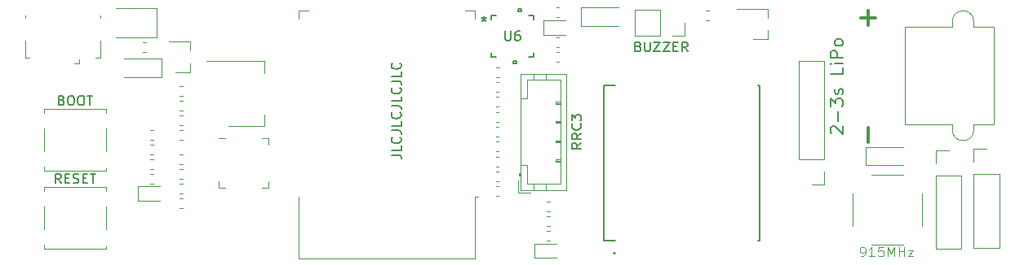
<source format=gbr>
%TF.GenerationSoftware,KiCad,Pcbnew,(5.1.6)-1*%
%TF.CreationDate,2021-06-02T18:30:26+10:00*%
%TF.ProjectId,L2_board,4c325f62-6f61-4726-942e-6b696361645f,2.0*%
%TF.SameCoordinates,Original*%
%TF.FileFunction,Legend,Top*%
%TF.FilePolarity,Positive*%
%FSLAX46Y46*%
G04 Gerber Fmt 4.6, Leading zero omitted, Abs format (unit mm)*
G04 Created by KiCad (PCBNEW (5.1.6)-1) date 2021-06-02 18:30:26*
%MOMM*%
%LPD*%
G01*
G04 APERTURE LIST*
%ADD10C,0.200000*%
%ADD11C,0.100000*%
%ADD12C,0.120000*%
%ADD13C,0.152400*%
%ADD14C,0.127000*%
%ADD15C,0.150000*%
%ADD16C,0.300000*%
G04 APERTURE END LIST*
D10*
X144740380Y-96059047D02*
X145454666Y-96059047D01*
X145597523Y-96106666D01*
X145692761Y-96201904D01*
X145740380Y-96344761D01*
X145740380Y-96440000D01*
X145740380Y-95106666D02*
X145740380Y-95582857D01*
X144740380Y-95582857D01*
X145645142Y-94201904D02*
X145692761Y-94249523D01*
X145740380Y-94392380D01*
X145740380Y-94487619D01*
X145692761Y-94630476D01*
X145597523Y-94725714D01*
X145502285Y-94773333D01*
X145311809Y-94820952D01*
X145168952Y-94820952D01*
X144978476Y-94773333D01*
X144883238Y-94725714D01*
X144788000Y-94630476D01*
X144740380Y-94487619D01*
X144740380Y-94392380D01*
X144788000Y-94249523D01*
X144835619Y-94201904D01*
X144740380Y-93487619D02*
X145454666Y-93487619D01*
X145597523Y-93535238D01*
X145692761Y-93630476D01*
X145740380Y-93773333D01*
X145740380Y-93868571D01*
X145740380Y-92535238D02*
X145740380Y-93011428D01*
X144740380Y-93011428D01*
X145645142Y-91630476D02*
X145692761Y-91678095D01*
X145740380Y-91820952D01*
X145740380Y-91916190D01*
X145692761Y-92059047D01*
X145597523Y-92154285D01*
X145502285Y-92201904D01*
X145311809Y-92249523D01*
X145168952Y-92249523D01*
X144978476Y-92201904D01*
X144883238Y-92154285D01*
X144788000Y-92059047D01*
X144740380Y-91916190D01*
X144740380Y-91820952D01*
X144788000Y-91678095D01*
X144835619Y-91630476D01*
X144740380Y-90916190D02*
X145454666Y-90916190D01*
X145597523Y-90963809D01*
X145692761Y-91059047D01*
X145740380Y-91201904D01*
X145740380Y-91297142D01*
X145740380Y-89963809D02*
X145740380Y-90440000D01*
X144740380Y-90440000D01*
X145645142Y-89059047D02*
X145692761Y-89106666D01*
X145740380Y-89249523D01*
X145740380Y-89344761D01*
X145692761Y-89487619D01*
X145597523Y-89582857D01*
X145502285Y-89630476D01*
X145311809Y-89678095D01*
X145168952Y-89678095D01*
X144978476Y-89630476D01*
X144883238Y-89582857D01*
X144788000Y-89487619D01*
X144740380Y-89344761D01*
X144740380Y-89249523D01*
X144788000Y-89106666D01*
X144835619Y-89059047D01*
X144740380Y-88344761D02*
X145454666Y-88344761D01*
X145597523Y-88392380D01*
X145692761Y-88487619D01*
X145740380Y-88630476D01*
X145740380Y-88725714D01*
X145740380Y-87392380D02*
X145740380Y-87868571D01*
X144740380Y-87868571D01*
X145645142Y-86487619D02*
X145692761Y-86535238D01*
X145740380Y-86678095D01*
X145740380Y-86773333D01*
X145692761Y-86916190D01*
X145597523Y-87011428D01*
X145502285Y-87059047D01*
X145311809Y-87106666D01*
X145168952Y-87106666D01*
X144978476Y-87059047D01*
X144883238Y-87011428D01*
X144788000Y-86916190D01*
X144740380Y-86773333D01*
X144740380Y-86678095D01*
X144788000Y-86535238D01*
X144835619Y-86487619D01*
D11*
X193445142Y-106624380D02*
X193635619Y-106624380D01*
X193730857Y-106576761D01*
X193778476Y-106529142D01*
X193873714Y-106386285D01*
X193921333Y-106195809D01*
X193921333Y-105814857D01*
X193873714Y-105719619D01*
X193826095Y-105672000D01*
X193730857Y-105624380D01*
X193540380Y-105624380D01*
X193445142Y-105672000D01*
X193397523Y-105719619D01*
X193349904Y-105814857D01*
X193349904Y-106052952D01*
X193397523Y-106148190D01*
X193445142Y-106195809D01*
X193540380Y-106243428D01*
X193730857Y-106243428D01*
X193826095Y-106195809D01*
X193873714Y-106148190D01*
X193921333Y-106052952D01*
X194873714Y-106624380D02*
X194302285Y-106624380D01*
X194588000Y-106624380D02*
X194588000Y-105624380D01*
X194492761Y-105767238D01*
X194397523Y-105862476D01*
X194302285Y-105910095D01*
X195778476Y-105624380D02*
X195302285Y-105624380D01*
X195254666Y-106100571D01*
X195302285Y-106052952D01*
X195397523Y-106005333D01*
X195635619Y-106005333D01*
X195730857Y-106052952D01*
X195778476Y-106100571D01*
X195826095Y-106195809D01*
X195826095Y-106433904D01*
X195778476Y-106529142D01*
X195730857Y-106576761D01*
X195635619Y-106624380D01*
X195397523Y-106624380D01*
X195302285Y-106576761D01*
X195254666Y-106529142D01*
X196254666Y-106624380D02*
X196254666Y-105624380D01*
X196588000Y-106338666D01*
X196921333Y-105624380D01*
X196921333Y-106624380D01*
X197397523Y-106624380D02*
X197397523Y-105624380D01*
X197397523Y-106100571D02*
X197968952Y-106100571D01*
X197968952Y-106624380D02*
X197968952Y-105624380D01*
X198349904Y-105957714D02*
X198873714Y-105957714D01*
X198349904Y-106624380D01*
X198873714Y-106624380D01*
D10*
X190419904Y-93790476D02*
X190358000Y-93728571D01*
X190296095Y-93604761D01*
X190296095Y-93295238D01*
X190358000Y-93171428D01*
X190419904Y-93109523D01*
X190543714Y-93047619D01*
X190667523Y-93047619D01*
X190853238Y-93109523D01*
X191596095Y-93852380D01*
X191596095Y-93047619D01*
X191100857Y-92490476D02*
X191100857Y-91500000D01*
X190296095Y-91004761D02*
X190296095Y-90200000D01*
X190791333Y-90633333D01*
X190791333Y-90447619D01*
X190853238Y-90323809D01*
X190915142Y-90261904D01*
X191038952Y-90200000D01*
X191348476Y-90200000D01*
X191472285Y-90261904D01*
X191534190Y-90323809D01*
X191596095Y-90447619D01*
X191596095Y-90819047D01*
X191534190Y-90942857D01*
X191472285Y-91004761D01*
X191534190Y-89704761D02*
X191596095Y-89580952D01*
X191596095Y-89333333D01*
X191534190Y-89209523D01*
X191410380Y-89147619D01*
X191348476Y-89147619D01*
X191224666Y-89209523D01*
X191162761Y-89333333D01*
X191162761Y-89519047D01*
X191100857Y-89642857D01*
X190977047Y-89704761D01*
X190915142Y-89704761D01*
X190791333Y-89642857D01*
X190729428Y-89519047D01*
X190729428Y-89333333D01*
X190791333Y-89209523D01*
X191596095Y-86980952D02*
X191596095Y-87600000D01*
X190296095Y-87600000D01*
X191596095Y-86547619D02*
X190729428Y-86547619D01*
X190296095Y-86547619D02*
X190358000Y-86609523D01*
X190419904Y-86547619D01*
X190358000Y-86485714D01*
X190296095Y-86547619D01*
X190419904Y-86547619D01*
X191596095Y-85928571D02*
X190296095Y-85928571D01*
X190296095Y-85433333D01*
X190358000Y-85309523D01*
X190419904Y-85247619D01*
X190543714Y-85185714D01*
X190729428Y-85185714D01*
X190853238Y-85247619D01*
X190915142Y-85309523D01*
X190977047Y-85433333D01*
X190977047Y-85928571D01*
X191596095Y-84442857D02*
X191534190Y-84566666D01*
X191472285Y-84628571D01*
X191348476Y-84690476D01*
X190977047Y-84690476D01*
X190853238Y-84628571D01*
X190791333Y-84566666D01*
X190729428Y-84442857D01*
X190729428Y-84257142D01*
X190791333Y-84133333D01*
X190853238Y-84071428D01*
X190977047Y-84009523D01*
X191348476Y-84009523D01*
X191472285Y-84071428D01*
X191534190Y-84133333D01*
X191596095Y-84257142D01*
X191596095Y-84442857D01*
D12*
%TO.C,C18*%
X193959600Y-97099400D02*
X197869600Y-97099400D01*
X193959600Y-95229400D02*
X193959600Y-97099400D01*
X197869600Y-95229400D02*
X193959600Y-95229400D01*
%TO.C,C17*%
X116170300Y-83806000D02*
X120380300Y-83806000D01*
X120380300Y-83806000D02*
X120380300Y-80786000D01*
X120380300Y-80786000D02*
X116170300Y-80786000D01*
%TO.C,Q4*%
X183767000Y-84003000D02*
X183767000Y-83073000D01*
X183767000Y-80843000D02*
X183767000Y-81773000D01*
X183767000Y-80843000D02*
X180607000Y-80843000D01*
X183767000Y-84003000D02*
X182307000Y-84003000D01*
D13*
%TO.C,U6*%
X155130500Y-85864700D02*
X155592460Y-85864700D01*
X159473900Y-85864700D02*
X159473900Y-85402740D01*
X159473900Y-81521300D02*
X159011940Y-81521300D01*
X155130500Y-81521300D02*
X155130500Y-81983260D01*
X155130500Y-85402740D02*
X155130500Y-85864700D01*
X159011940Y-85864700D02*
X159473900Y-85864700D01*
X159473900Y-81983260D02*
X159473900Y-81521300D01*
X155592460Y-81521300D02*
X155130500Y-81521300D01*
X157361699Y-86296500D02*
X157361699Y-86550500D01*
X157361699Y-86550500D02*
X157742700Y-86550500D01*
X157742700Y-86550500D02*
X157742700Y-86296500D01*
X157742700Y-86296500D02*
X157361699Y-86296500D01*
X157861701Y-81089500D02*
X157861701Y-80835500D01*
X157861701Y-80835500D02*
X158242701Y-80835500D01*
X158242701Y-80835500D02*
X158242701Y-81089500D01*
X158242701Y-81089500D02*
X157861701Y-81089500D01*
D14*
%TO.C,U5*%
X166812000Y-104976000D02*
X166812000Y-88826000D01*
X182962000Y-88826000D02*
X182962000Y-104976000D01*
X166812000Y-104976000D02*
X167987000Y-104976000D01*
X166812000Y-88826000D02*
X167987000Y-88826000D01*
X182962000Y-88826000D02*
X182787000Y-88826000D01*
X182962000Y-104976000D02*
X182787000Y-104976000D01*
D10*
X167987000Y-106301000D02*
G75*
G03*
X167987000Y-106301000I-100000J0D01*
G01*
D12*
%TO.C,U4*%
X131275000Y-94291000D02*
X132000000Y-94291000D01*
X132000000Y-94291000D02*
X132000000Y-95016000D01*
X127505000Y-99511000D02*
X126780000Y-99511000D01*
X126780000Y-99511000D02*
X126780000Y-98786000D01*
X131275000Y-99511000D02*
X132000000Y-99511000D01*
X132000000Y-99511000D02*
X132000000Y-98786000D01*
X127505000Y-94291000D02*
X126780000Y-94291000D01*
%TO.C,U2*%
X131577000Y-93072000D02*
X131577000Y-91812000D01*
X131577000Y-86252000D02*
X131577000Y-87512000D01*
X127817000Y-93072000D02*
X131577000Y-93072000D01*
X125567000Y-86252000D02*
X131577000Y-86252000D01*
%TO.C,U1*%
X153392000Y-81832000D02*
X153392000Y-81052000D01*
X153392000Y-81052000D02*
X152392000Y-81052000D01*
X135152000Y-81832000D02*
X135152000Y-81052000D01*
X135152000Y-81052000D02*
X136152000Y-81052000D01*
X153392000Y-106797000D02*
X135152000Y-106797000D01*
X135152000Y-106797000D02*
X135152000Y-100377000D01*
X153392000Y-106797000D02*
X153392000Y-100377000D01*
X153392000Y-100377000D02*
X153772000Y-100377000D01*
%TO.C,BOOT*%
X108677000Y-105416000D02*
X108677000Y-105826000D01*
X108677000Y-105826000D02*
X115097000Y-105826000D01*
X115097000Y-105826000D02*
X115097000Y-105546000D01*
X115097000Y-103816000D02*
X115097000Y-101416000D01*
X115097000Y-99816000D02*
X115097000Y-99406000D01*
X115097000Y-99406000D02*
X108677000Y-99406000D01*
X108677000Y-99406000D02*
X108677000Y-99816000D01*
X108677000Y-101416000D02*
X108677000Y-103816000D01*
%TO.C,SW1*%
X108677000Y-97288000D02*
X108677000Y-97698000D01*
X108677000Y-97698000D02*
X115097000Y-97698000D01*
X115097000Y-97698000D02*
X115097000Y-97418000D01*
X115097000Y-95688000D02*
X115097000Y-93288000D01*
X115097000Y-91688000D02*
X115097000Y-91278000D01*
X115097000Y-91278000D02*
X108677000Y-91278000D01*
X108677000Y-91278000D02*
X108677000Y-91688000D01*
X108677000Y-93288000D02*
X108677000Y-95688000D01*
%TO.C,R13*%
X177708779Y-82044000D02*
X177383221Y-82044000D01*
X177708779Y-81024000D02*
X177383221Y-81024000D01*
%TO.C,R12*%
X155890079Y-100332000D02*
X155564521Y-100332000D01*
X155890079Y-99312000D02*
X155564521Y-99312000D01*
%TO.C,R11*%
X155564521Y-97762600D02*
X155890079Y-97762600D01*
X155564521Y-98782600D02*
X155890079Y-98782600D01*
%TO.C,R10*%
X122773221Y-93470000D02*
X123098779Y-93470000D01*
X122773221Y-94490000D02*
X123098779Y-94490000D01*
%TO.C,R9*%
X122773221Y-96010000D02*
X123098779Y-96010000D01*
X122773221Y-97030000D02*
X123098779Y-97030000D01*
%TO.C,R8*%
X120050779Y-99062000D02*
X119725221Y-99062000D01*
X120050779Y-98042000D02*
X119725221Y-98042000D01*
%TO.C,R7*%
X122773221Y-99058000D02*
X123098779Y-99058000D01*
X122773221Y-100078000D02*
X123098779Y-100078000D01*
%TO.C,R6*%
X122773221Y-97534000D02*
X123098779Y-97534000D01*
X122773221Y-98554000D02*
X123098779Y-98554000D01*
%TO.C,R5*%
X162163979Y-84812600D02*
X161838421Y-84812600D01*
X162163979Y-83792600D02*
X161838421Y-83792600D01*
%TO.C,R4*%
X160873221Y-103934800D02*
X161198779Y-103934800D01*
X160873221Y-104954800D02*
X161198779Y-104954800D01*
%TO.C,R3*%
X123098779Y-101602000D02*
X122773221Y-101602000D01*
X123098779Y-100582000D02*
X122773221Y-100582000D01*
%TO.C,R2*%
X118937721Y-84326000D02*
X119263279Y-84326000D01*
X118937721Y-85346000D02*
X119263279Y-85346000D01*
%TO.C,R1*%
X155564521Y-96213200D02*
X155890079Y-96213200D01*
X155564521Y-97233200D02*
X155890079Y-97233200D01*
%TO.C,Q1*%
X123823000Y-87432000D02*
X123823000Y-86502000D01*
X123823000Y-84272000D02*
X123823000Y-85202000D01*
X123823000Y-84272000D02*
X121663000Y-84272000D01*
X123823000Y-87432000D02*
X122363000Y-87432000D01*
%TO.C,J9*%
X207266000Y-82737000D02*
X207266000Y-92857000D01*
X198046000Y-82737000D02*
X198046000Y-92857000D01*
X202946000Y-82737000D02*
X198046000Y-82737000D01*
X207266000Y-82737000D02*
X205166000Y-82737000D01*
X202946000Y-92857000D02*
X198046000Y-92857000D01*
X202946000Y-92857000D02*
X202946000Y-93447000D01*
X205166000Y-92857000D02*
X205166000Y-93447000D01*
X205166000Y-82147000D02*
X205166000Y-82737000D01*
X202946000Y-82147000D02*
X202946000Y-82737000D01*
X207266000Y-92857000D02*
X205166000Y-92857000D01*
X205166000Y-93447000D02*
G75*
G02*
X202946000Y-93447000I-1110000J0D01*
G01*
X202946000Y-82147000D02*
G75*
G02*
X205166000Y-82147000I1110000J0D01*
G01*
%TO.C,J8*%
X205174540Y-105726540D02*
X207834540Y-105726540D01*
X205174540Y-98046540D02*
X205174540Y-105726540D01*
X207834540Y-98046540D02*
X207834540Y-105726540D01*
X205174540Y-98046540D02*
X207834540Y-98046540D01*
X205174540Y-96776540D02*
X205174540Y-95446540D01*
X205174540Y-95446540D02*
X206504540Y-95446540D01*
%TO.C,J7*%
X189671000Y-86300000D02*
X187011000Y-86300000D01*
X189671000Y-96520000D02*
X189671000Y-86300000D01*
X187011000Y-96520000D02*
X187011000Y-86300000D01*
X189671000Y-96520000D02*
X187011000Y-96520000D01*
X189671000Y-97790000D02*
X189671000Y-99120000D01*
X189671000Y-99120000D02*
X188341000Y-99120000D01*
%TO.C,J6*%
X192579600Y-100092400D02*
X192579600Y-103412400D01*
X199799600Y-100092400D02*
X199799600Y-103412400D01*
X194529600Y-105362400D02*
X197849600Y-105362400D01*
X194529600Y-98142400D02*
X197849600Y-98142400D01*
%TO.C,BUZZER*%
X172593000Y-80966000D02*
X172593000Y-83626000D01*
X172593000Y-80966000D02*
X169993000Y-80966000D01*
X169993000Y-80966000D02*
X169993000Y-83626000D01*
X172593000Y-83626000D02*
X169993000Y-83626000D01*
X175193000Y-83626000D02*
X173863000Y-83626000D01*
X175193000Y-82296000D02*
X175193000Y-83626000D01*
%TO.C,J3*%
X158184600Y-99697600D02*
X162904600Y-99697600D01*
X162904600Y-99697600D02*
X162904600Y-87577600D01*
X162904600Y-87577600D02*
X158184600Y-87577600D01*
X158184600Y-87577600D02*
X158184600Y-99697600D01*
X158184600Y-97937600D02*
X157984600Y-97937600D01*
X157984600Y-97937600D02*
X157984600Y-98237600D01*
X157984600Y-98237600D02*
X158184600Y-98237600D01*
X158084600Y-97937600D02*
X158084600Y-98237600D01*
X158184600Y-97137600D02*
X158794600Y-97137600D01*
X158794600Y-97137600D02*
X158794600Y-99087600D01*
X158794600Y-99087600D02*
X162294600Y-99087600D01*
X162294600Y-99087600D02*
X162294600Y-88187600D01*
X162294600Y-88187600D02*
X158794600Y-88187600D01*
X158794600Y-88187600D02*
X158794600Y-90137600D01*
X158794600Y-90137600D02*
X158184600Y-90137600D01*
X159494600Y-99697600D02*
X159494600Y-99087600D01*
X160794600Y-99697600D02*
X160794600Y-99087600D01*
X159494600Y-87577600D02*
X159494600Y-88187600D01*
X160794600Y-87577600D02*
X160794600Y-88187600D01*
X162294600Y-96737600D02*
X161794600Y-96737600D01*
X161794600Y-96737600D02*
X161794600Y-96537600D01*
X161794600Y-96537600D02*
X162294600Y-96537600D01*
X162294600Y-96637600D02*
X161794600Y-96637600D01*
X162294600Y-94737600D02*
X161794600Y-94737600D01*
X161794600Y-94737600D02*
X161794600Y-94537600D01*
X161794600Y-94537600D02*
X162294600Y-94537600D01*
X162294600Y-94637600D02*
X161794600Y-94637600D01*
X162294600Y-92737600D02*
X161794600Y-92737600D01*
X161794600Y-92737600D02*
X161794600Y-92537600D01*
X161794600Y-92537600D02*
X162294600Y-92537600D01*
X162294600Y-92637600D02*
X161794600Y-92637600D01*
X162294600Y-90737600D02*
X161794600Y-90737600D01*
X161794600Y-90737600D02*
X161794600Y-90537600D01*
X161794600Y-90537600D02*
X162294600Y-90537600D01*
X162294600Y-90637600D02*
X161794600Y-90637600D01*
X157884600Y-98747600D02*
X157884600Y-99997600D01*
X157884600Y-99997600D02*
X159134600Y-99997600D01*
%TO.C,J2*%
X114517000Y-85963500D02*
X114067000Y-85963500D01*
X114517000Y-84113500D02*
X114517000Y-85963500D01*
X106717000Y-81563500D02*
X106717000Y-81813500D01*
X114517000Y-81563500D02*
X114517000Y-81813500D01*
X106717000Y-84113500D02*
X106717000Y-85963500D01*
X106717000Y-85963500D02*
X107167000Y-85963500D01*
X112317000Y-86513500D02*
X111867000Y-86513500D01*
X112317000Y-86513500D02*
X112317000Y-86063500D01*
%TO.C,J1*%
X201235000Y-105851000D02*
X203895000Y-105851000D01*
X201235000Y-98171000D02*
X201235000Y-105851000D01*
X203895000Y-98171000D02*
X203895000Y-105851000D01*
X201235000Y-98171000D02*
X203895000Y-98171000D01*
X201235000Y-96901000D02*
X201235000Y-95571000D01*
X201235000Y-95571000D02*
X202565000Y-95571000D01*
%TO.C,D5*%
X164374000Y-80661000D02*
X164374000Y-82661000D01*
X164374000Y-82661000D02*
X168274000Y-82661000D01*
X164374000Y-80661000D02*
X168274000Y-80661000D01*
%TO.C,D4*%
X120688000Y-99341000D02*
X118403000Y-99341000D01*
X118403000Y-99341000D02*
X118403000Y-100811000D01*
X118403000Y-100811000D02*
X120688000Y-100811000D01*
%TO.C,D3*%
X120868000Y-87995000D02*
X120868000Y-85995000D01*
X120868000Y-85995000D02*
X116968000Y-85995000D01*
X120868000Y-87995000D02*
X116968000Y-87995000D01*
%TO.C,D2*%
X162801200Y-82043600D02*
X160516200Y-82043600D01*
X160516200Y-82043600D02*
X160516200Y-83513600D01*
X160516200Y-83513600D02*
X162801200Y-83513600D01*
%TO.C,D1*%
X161836000Y-105310000D02*
X159551000Y-105310000D01*
X159551000Y-105310000D02*
X159551000Y-106780000D01*
X159551000Y-106780000D02*
X161836000Y-106780000D01*
%TO.C,C16*%
X161838421Y-85316600D02*
X162163979Y-85316600D01*
X161838421Y-86336600D02*
X162163979Y-86336600D01*
%TO.C,C15*%
X155564521Y-91565000D02*
X155890079Y-91565000D01*
X155564521Y-92585000D02*
X155890079Y-92585000D01*
%TO.C,C14*%
X155564521Y-93114400D02*
X155890079Y-93114400D01*
X155564521Y-94134400D02*
X155890079Y-94134400D01*
%TO.C,C13*%
X120050779Y-96014000D02*
X119725221Y-96014000D01*
X120050779Y-94994000D02*
X119725221Y-94994000D01*
%TO.C,C12*%
X160873221Y-102410800D02*
X161198779Y-102410800D01*
X160873221Y-103430800D02*
X161198779Y-103430800D01*
%TO.C,C11*%
X155589921Y-86916800D02*
X155915479Y-86916800D01*
X155589921Y-87936800D02*
X155915479Y-87936800D01*
%TO.C,C10*%
X123098779Y-92966000D02*
X122773221Y-92966000D01*
X123098779Y-91946000D02*
X122773221Y-91946000D01*
%TO.C,C9*%
X160873221Y-100886800D02*
X161198779Y-100886800D01*
X160873221Y-101906800D02*
X161198779Y-101906800D01*
%TO.C,C8*%
X162163979Y-81663000D02*
X161838421Y-81663000D01*
X162163979Y-80643000D02*
X161838421Y-80643000D01*
%TO.C,C7*%
X155890079Y-89486200D02*
X155564521Y-89486200D01*
X155890079Y-88466200D02*
X155564521Y-88466200D01*
%TO.C,C6*%
X155564521Y-90015600D02*
X155890079Y-90015600D01*
X155564521Y-91035600D02*
X155890079Y-91035600D01*
%TO.C,C5*%
X120050779Y-97538000D02*
X119725221Y-97538000D01*
X120050779Y-96518000D02*
X119725221Y-96518000D01*
%TO.C,C4*%
X123098779Y-91442000D02*
X122773221Y-91442000D01*
X123098779Y-90422000D02*
X122773221Y-90422000D01*
%TO.C,C3*%
X123098779Y-89918000D02*
X122773221Y-89918000D01*
X123098779Y-88898000D02*
X122773221Y-88898000D01*
%TO.C,C2*%
X155890079Y-95683800D02*
X155564521Y-95683800D01*
X155890079Y-94663800D02*
X155564521Y-94663800D01*
%TO.C,C1*%
X120050779Y-94490000D02*
X119725221Y-94490000D01*
X120050779Y-93470000D02*
X119725221Y-93470000D01*
%TO.C,U6*%
D15*
X156540295Y-83145380D02*
X156540295Y-83954904D01*
X156587914Y-84050142D01*
X156635533Y-84097761D01*
X156730771Y-84145380D01*
X156921247Y-84145380D01*
X157016485Y-84097761D01*
X157064104Y-84050142D01*
X157111723Y-83954904D01*
X157111723Y-83145380D01*
X158016485Y-83145380D02*
X157826009Y-83145380D01*
X157730771Y-83193000D01*
X157683152Y-83240619D01*
X157587914Y-83383476D01*
X157540295Y-83573952D01*
X157540295Y-83954904D01*
X157587914Y-84050142D01*
X157635533Y-84097761D01*
X157730771Y-84145380D01*
X157921247Y-84145380D01*
X158016485Y-84097761D01*
X158064104Y-84050142D01*
X158111723Y-83954904D01*
X158111723Y-83716809D01*
X158064104Y-83621571D01*
X158016485Y-83573952D01*
X157921247Y-83526333D01*
X157730771Y-83526333D01*
X157635533Y-83573952D01*
X157587914Y-83621571D01*
X157540295Y-83716809D01*
X154317700Y-81645380D02*
X154317700Y-81883476D01*
X154079604Y-81788238D02*
X154317700Y-81883476D01*
X154555795Y-81788238D01*
X154174842Y-82073952D02*
X154317700Y-81883476D01*
X154460557Y-82073952D01*
X154317700Y-81645380D02*
X154317700Y-81883476D01*
X154079604Y-81788238D02*
X154317700Y-81883476D01*
X154555795Y-81788238D01*
X154174842Y-82073952D02*
X154317700Y-81883476D01*
X154460557Y-82073952D01*
%TO.C,BOOT*%
X110529857Y-90352571D02*
X110672714Y-90400190D01*
X110720333Y-90447809D01*
X110767952Y-90543047D01*
X110767952Y-90685904D01*
X110720333Y-90781142D01*
X110672714Y-90828761D01*
X110577476Y-90876380D01*
X110196523Y-90876380D01*
X110196523Y-89876380D01*
X110529857Y-89876380D01*
X110625095Y-89924000D01*
X110672714Y-89971619D01*
X110720333Y-90066857D01*
X110720333Y-90162095D01*
X110672714Y-90257333D01*
X110625095Y-90304952D01*
X110529857Y-90352571D01*
X110196523Y-90352571D01*
X111387000Y-89876380D02*
X111577476Y-89876380D01*
X111672714Y-89924000D01*
X111767952Y-90019238D01*
X111815571Y-90209714D01*
X111815571Y-90543047D01*
X111767952Y-90733523D01*
X111672714Y-90828761D01*
X111577476Y-90876380D01*
X111387000Y-90876380D01*
X111291761Y-90828761D01*
X111196523Y-90733523D01*
X111148904Y-90543047D01*
X111148904Y-90209714D01*
X111196523Y-90019238D01*
X111291761Y-89924000D01*
X111387000Y-89876380D01*
X112434619Y-89876380D02*
X112625095Y-89876380D01*
X112720333Y-89924000D01*
X112815571Y-90019238D01*
X112863190Y-90209714D01*
X112863190Y-90543047D01*
X112815571Y-90733523D01*
X112720333Y-90828761D01*
X112625095Y-90876380D01*
X112434619Y-90876380D01*
X112339380Y-90828761D01*
X112244142Y-90733523D01*
X112196523Y-90543047D01*
X112196523Y-90209714D01*
X112244142Y-90019238D01*
X112339380Y-89924000D01*
X112434619Y-89876380D01*
X113148904Y-89876380D02*
X113720333Y-89876380D01*
X113434619Y-90876380D02*
X113434619Y-89876380D01*
X110434619Y-99004380D02*
X110101285Y-98528190D01*
X109863190Y-99004380D02*
X109863190Y-98004380D01*
X110244142Y-98004380D01*
X110339380Y-98052000D01*
X110387000Y-98099619D01*
X110434619Y-98194857D01*
X110434619Y-98337714D01*
X110387000Y-98432952D01*
X110339380Y-98480571D01*
X110244142Y-98528190D01*
X109863190Y-98528190D01*
X110863190Y-98480571D02*
X111196523Y-98480571D01*
X111339380Y-99004380D02*
X110863190Y-99004380D01*
X110863190Y-98004380D01*
X111339380Y-98004380D01*
X111720333Y-98956761D02*
X111863190Y-99004380D01*
X112101285Y-99004380D01*
X112196523Y-98956761D01*
X112244142Y-98909142D01*
X112291761Y-98813904D01*
X112291761Y-98718666D01*
X112244142Y-98623428D01*
X112196523Y-98575809D01*
X112101285Y-98528190D01*
X111910809Y-98480571D01*
X111815571Y-98432952D01*
X111767952Y-98385333D01*
X111720333Y-98290095D01*
X111720333Y-98194857D01*
X111767952Y-98099619D01*
X111815571Y-98052000D01*
X111910809Y-98004380D01*
X112148904Y-98004380D01*
X112291761Y-98052000D01*
X112720333Y-98480571D02*
X113053666Y-98480571D01*
X113196523Y-99004380D02*
X112720333Y-99004380D01*
X112720333Y-98004380D01*
X113196523Y-98004380D01*
X113482238Y-98004380D02*
X114053666Y-98004380D01*
X113767952Y-99004380D02*
X113767952Y-98004380D01*
%TO.C,J9*%
D16*
X194198857Y-82549904D02*
X194198857Y-81026095D01*
X194960761Y-81788000D02*
X193436952Y-81788000D01*
X194198857Y-94741904D02*
X194198857Y-93218095D01*
%TO.C,BUZZER*%
D15*
X170362857Y-84764571D02*
X170505714Y-84812190D01*
X170553333Y-84859809D01*
X170600952Y-84955047D01*
X170600952Y-85097904D01*
X170553333Y-85193142D01*
X170505714Y-85240761D01*
X170410476Y-85288380D01*
X170029523Y-85288380D01*
X170029523Y-84288380D01*
X170362857Y-84288380D01*
X170458095Y-84336000D01*
X170505714Y-84383619D01*
X170553333Y-84478857D01*
X170553333Y-84574095D01*
X170505714Y-84669333D01*
X170458095Y-84716952D01*
X170362857Y-84764571D01*
X170029523Y-84764571D01*
X171029523Y-84288380D02*
X171029523Y-85097904D01*
X171077142Y-85193142D01*
X171124761Y-85240761D01*
X171220000Y-85288380D01*
X171410476Y-85288380D01*
X171505714Y-85240761D01*
X171553333Y-85193142D01*
X171600952Y-85097904D01*
X171600952Y-84288380D01*
X171981904Y-84288380D02*
X172648571Y-84288380D01*
X171981904Y-85288380D01*
X172648571Y-85288380D01*
X172934285Y-84288380D02*
X173600952Y-84288380D01*
X172934285Y-85288380D01*
X173600952Y-85288380D01*
X173981904Y-84764571D02*
X174315238Y-84764571D01*
X174458095Y-85288380D02*
X173981904Y-85288380D01*
X173981904Y-84288380D01*
X174458095Y-84288380D01*
X175458095Y-85288380D02*
X175124761Y-84812190D01*
X174886666Y-85288380D02*
X174886666Y-84288380D01*
X175267619Y-84288380D01*
X175362857Y-84336000D01*
X175410476Y-84383619D01*
X175458095Y-84478857D01*
X175458095Y-84621714D01*
X175410476Y-84716952D01*
X175362857Y-84764571D01*
X175267619Y-84812190D01*
X174886666Y-84812190D01*
%TO.C,J3*%
X164446980Y-94804266D02*
X163970790Y-95137600D01*
X164446980Y-95375695D02*
X163446980Y-95375695D01*
X163446980Y-94994742D01*
X163494600Y-94899504D01*
X163542219Y-94851885D01*
X163637457Y-94804266D01*
X163780314Y-94804266D01*
X163875552Y-94851885D01*
X163923171Y-94899504D01*
X163970790Y-94994742D01*
X163970790Y-95375695D01*
X164446980Y-93804266D02*
X163970790Y-94137600D01*
X164446980Y-94375695D02*
X163446980Y-94375695D01*
X163446980Y-93994742D01*
X163494600Y-93899504D01*
X163542219Y-93851885D01*
X163637457Y-93804266D01*
X163780314Y-93804266D01*
X163875552Y-93851885D01*
X163923171Y-93899504D01*
X163970790Y-93994742D01*
X163970790Y-94375695D01*
X164351742Y-92804266D02*
X164399361Y-92851885D01*
X164446980Y-92994742D01*
X164446980Y-93089980D01*
X164399361Y-93232838D01*
X164304123Y-93328076D01*
X164208885Y-93375695D01*
X164018409Y-93423314D01*
X163875552Y-93423314D01*
X163685076Y-93375695D01*
X163589838Y-93328076D01*
X163494600Y-93232838D01*
X163446980Y-93089980D01*
X163446980Y-92994742D01*
X163494600Y-92851885D01*
X163542219Y-92804266D01*
X163446980Y-92470933D02*
X163446980Y-91851885D01*
X163827933Y-92185219D01*
X163827933Y-92042361D01*
X163875552Y-91947123D01*
X163923171Y-91899504D01*
X164018409Y-91851885D01*
X164256504Y-91851885D01*
X164351742Y-91899504D01*
X164399361Y-91947123D01*
X164446980Y-92042361D01*
X164446980Y-92328076D01*
X164399361Y-92423314D01*
X164351742Y-92470933D01*
%TD*%
M02*

</source>
